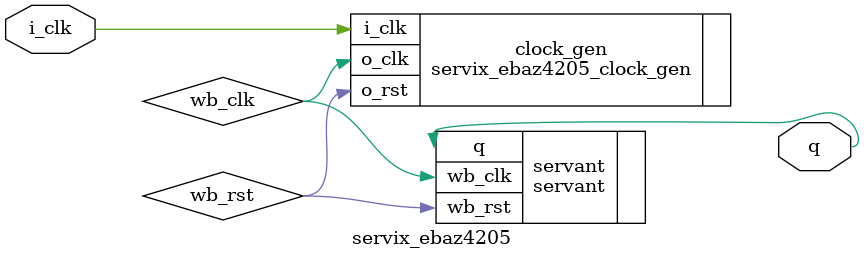
<source format=v>
`default_nettype none
module servix_ebaz4205
(
 input wire  i_clk,
 output wire q);

   parameter frequency = 32;
   parameter memfile = "zephyr_hello.hex";
   parameter memsize = 8192;
   parameter PLL = "NONE";

   wire      wb_clk;
   wire      wb_rst;

   servix_ebaz4205_clock_gen
     #(.frequency (frequency))
   clock_gen
     (.i_clk (i_clk),
      .o_clk (wb_clk),
      .o_rst (wb_rst));

   servant
     #(.memfile (memfile),
       .memsize (memsize))
   servant
     (.wb_clk (wb_clk),
      .wb_rst (wb_rst),
      .q      (q));

endmodule

</source>
